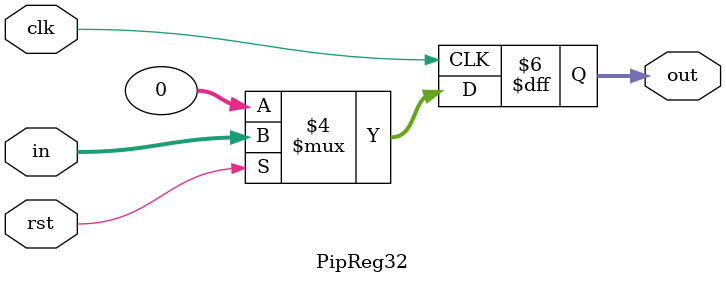
<source format=v>
module PipReg32 #(
    parameter size = 32
) 
(
    input clk,
    input rst,
    input [size-1:0] in,
    output reg [size-1:0] out
);
    always @(posedge clk) begin
        if (!rst) begin
            out <= 0;
        end
        else begin
            out <= in;
        end
    end
endmodule

</source>
